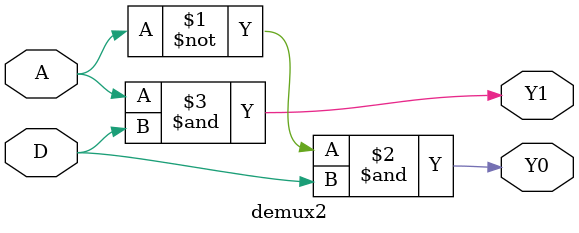
<source format=v>
`timescale 1ns / 1ps
module demux2(
		D, A,
		Y0, Y1
    );
    
    input D, A;
    output Y0, Y1;
    
    assign Y0 = ~A & D;
    assign Y1 = A & D;
endmodule

</source>
